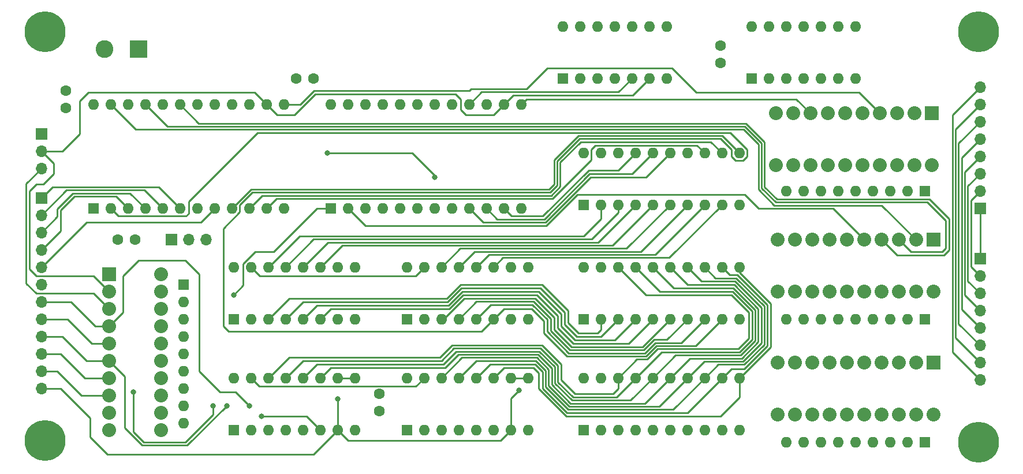
<source format=gbr>
%TF.GenerationSoftware,KiCad,Pcbnew,(5.1.9-0-10_14)*%
%TF.CreationDate,2021-06-17T14:45:46-04:00*%
%TF.ProjectId,ALU-181,414c552d-3138-4312-9e6b-696361645f70,rev?*%
%TF.SameCoordinates,Original*%
%TF.FileFunction,Copper,L2,Inr*%
%TF.FilePolarity,Positive*%
%FSLAX46Y46*%
G04 Gerber Fmt 4.6, Leading zero omitted, Abs format (unit mm)*
G04 Created by KiCad (PCBNEW (5.1.9-0-10_14)) date 2021-06-17 14:45:46*
%MOMM*%
%LPD*%
G01*
G04 APERTURE LIST*
%TA.AperFunction,ComponentPad*%
%ADD10O,1.700000X1.700000*%
%TD*%
%TA.AperFunction,ComponentPad*%
%ADD11R,1.700000X1.700000*%
%TD*%
%TA.AperFunction,ComponentPad*%
%ADD12C,0.800000*%
%TD*%
%TA.AperFunction,ComponentPad*%
%ADD13C,6.000000*%
%TD*%
%TA.AperFunction,ComponentPad*%
%ADD14O,1.600000X1.600000*%
%TD*%
%TA.AperFunction,ComponentPad*%
%ADD15R,1.600000X1.600000*%
%TD*%
%TA.AperFunction,ComponentPad*%
%ADD16C,2.032000*%
%TD*%
%TA.AperFunction,ComponentPad*%
%ADD17R,2.032000X2.032000*%
%TD*%
%TA.AperFunction,ComponentPad*%
%ADD18C,2.600000*%
%TD*%
%TA.AperFunction,ComponentPad*%
%ADD19R,2.600000X2.600000*%
%TD*%
%TA.AperFunction,ComponentPad*%
%ADD20C,1.600000*%
%TD*%
%TA.AperFunction,ViaPad*%
%ADD21C,0.800000*%
%TD*%
%TA.AperFunction,Conductor*%
%ADD22C,0.250000*%
%TD*%
G04 APERTURE END LIST*
D10*
%TO.N,BUS_00*%
%TO.C,J4*%
X208026000Y-109220000D03*
%TO.N,BUS_01*%
X208026000Y-106680000D03*
%TO.N,BUS_02*%
X208026000Y-104140000D03*
%TO.N,BUS_03*%
X208026000Y-101600000D03*
%TO.N,BUS_04*%
X208026000Y-99060000D03*
%TO.N,BUS_05*%
X208026000Y-96520000D03*
%TO.N,BUS_06*%
X208026000Y-93980000D03*
D11*
%TO.N,BUS_07*%
X208026000Y-91440000D03*
%TD*%
D12*
%TO.N,N/C*%
%TO.C,REF\u002A\u002A*%
X209362990Y-116773010D03*
X207772000Y-116114000D03*
X206181010Y-116773010D03*
X205522000Y-118364000D03*
X206181010Y-119954990D03*
X207772000Y-120614000D03*
X209362990Y-119954990D03*
X210022000Y-118364000D03*
D13*
X207772000Y-118364000D03*
%TD*%
%TO.N,N/C*%
%TO.C,REF\u002A\u002A*%
X207772000Y-58166000D03*
D12*
X210022000Y-58166000D03*
X209362990Y-59756990D03*
X207772000Y-60416000D03*
X206181010Y-59756990D03*
X205522000Y-58166000D03*
X206181010Y-56575010D03*
X207772000Y-55916000D03*
X209362990Y-56575010D03*
%TD*%
D13*
%TO.N,N/C*%
%TO.C,REF\u002A\u002A*%
X70866000Y-118110000D03*
D12*
X73116000Y-118110000D03*
X72456990Y-119700990D03*
X70866000Y-120360000D03*
X69275010Y-119700990D03*
X68616000Y-118110000D03*
X69275010Y-116519010D03*
X70866000Y-115860000D03*
X72456990Y-116519010D03*
%TD*%
%TO.N,N/C*%
%TO.C,REF\u002A\u002A*%
X72456990Y-56575010D03*
X70866000Y-55916000D03*
X69275010Y-56575010D03*
X68616000Y-58166000D03*
X69275010Y-59756990D03*
X70866000Y-60416000D03*
X72456990Y-59756990D03*
X73116000Y-58166000D03*
D13*
X70866000Y-58166000D03*
%TD*%
D14*
%TO.N,VCC*%
%TO.C,U6*%
X123952000Y-108966000D03*
%TO.N,GND*%
X141732000Y-116586000D03*
%TO.N,RESET*%
X126492000Y-108966000D03*
%TO.N,CLOCK*%
X139192000Y-116586000D03*
%TO.N,BUS_03*%
X129032000Y-108966000D03*
%TO.N,B0*%
X136652000Y-116586000D03*
%TO.N,BUS_02*%
X131572000Y-108966000D03*
%TO.N,B1*%
X134112000Y-116586000D03*
%TO.N,BUS_01*%
X134112000Y-108966000D03*
%TO.N,B2*%
X131572000Y-116586000D03*
%TO.N,BUS_00*%
X136652000Y-108966000D03*
%TO.N,B3*%
X129032000Y-116586000D03*
%TO.N,B_REGISTER_IN*%
X139192000Y-108966000D03*
%TO.N,GND*%
X126492000Y-116586000D03*
%TO.N,B_REGISTER_IN*%
X141732000Y-108966000D03*
D15*
%TO.N,GND*%
X123952000Y-116586000D03*
%TD*%
D14*
%TO.N,VCC*%
%TO.C,U5*%
X123952000Y-92710000D03*
%TO.N,GND*%
X141732000Y-100330000D03*
%TO.N,RESET*%
X126492000Y-92710000D03*
%TO.N,CLOCK*%
X139192000Y-100330000D03*
%TO.N,BUS_03*%
X129032000Y-92710000D03*
%TO.N,A0*%
X136652000Y-100330000D03*
%TO.N,BUS_02*%
X131572000Y-92710000D03*
%TO.N,A1*%
X134112000Y-100330000D03*
%TO.N,BUS_01*%
X134112000Y-92710000D03*
%TO.N,A2*%
X131572000Y-100330000D03*
%TO.N,BUS_00*%
X136652000Y-92710000D03*
%TO.N,A3*%
X129032000Y-100330000D03*
%TO.N,A_REGISTER_IN*%
X139192000Y-92710000D03*
%TO.N,GND*%
X126492000Y-100330000D03*
%TO.N,A_REGISTER_IN*%
X141732000Y-92710000D03*
D15*
%TO.N,GND*%
X123952000Y-100330000D03*
%TD*%
D14*
%TO.N,VCC*%
%TO.C,U4*%
X98552000Y-108966000D03*
%TO.N,GND*%
X116332000Y-116586000D03*
%TO.N,RESET*%
X101092000Y-108966000D03*
%TO.N,CLOCK*%
X113792000Y-116586000D03*
%TO.N,BUS_07*%
X103632000Y-108966000D03*
%TO.N,B4*%
X111252000Y-116586000D03*
%TO.N,BUS_06*%
X106172000Y-108966000D03*
%TO.N,B5*%
X108712000Y-116586000D03*
%TO.N,BUS_05*%
X108712000Y-108966000D03*
%TO.N,B6*%
X106172000Y-116586000D03*
%TO.N,BUS_04*%
X111252000Y-108966000D03*
%TO.N,B7*%
X103632000Y-116586000D03*
%TO.N,B_REGISTER_IN*%
X113792000Y-108966000D03*
%TO.N,GND*%
X101092000Y-116586000D03*
%TO.N,B_REGISTER_IN*%
X116332000Y-108966000D03*
D15*
%TO.N,GND*%
X98552000Y-116586000D03*
%TD*%
D14*
%TO.N,VCC*%
%TO.C,U3*%
X98552000Y-92710000D03*
%TO.N,GND*%
X116332000Y-100330000D03*
%TO.N,RESET*%
X101092000Y-92710000D03*
%TO.N,CLOCK*%
X113792000Y-100330000D03*
%TO.N,BUS_07*%
X103632000Y-92710000D03*
%TO.N,A4*%
X111252000Y-100330000D03*
%TO.N,BUS_06*%
X106172000Y-92710000D03*
%TO.N,A5*%
X108712000Y-100330000D03*
%TO.N,BUS_05*%
X108712000Y-92710000D03*
%TO.N,A6*%
X106172000Y-100330000D03*
%TO.N,BUS_04*%
X111252000Y-92710000D03*
%TO.N,A7*%
X103632000Y-100330000D03*
%TO.N,A_REGISTER_IN*%
X113792000Y-92710000D03*
%TO.N,GND*%
X101092000Y-100330000D03*
%TO.N,A_REGISTER_IN*%
X116332000Y-92710000D03*
D15*
%TO.N,GND*%
X98552000Y-100330000D03*
%TD*%
D14*
%TO.N,VCC*%
%TO.C,U2*%
X149860000Y-108966000D03*
%TO.N,GND*%
X172720000Y-116586000D03*
%TO.N,B_REGISTER_OUT*%
X152400000Y-108966000D03*
%TO.N,B0*%
X170180000Y-116586000D03*
%TO.N,BUS_07*%
X154940000Y-108966000D03*
%TO.N,B1*%
X167640000Y-116586000D03*
%TO.N,BUS_06*%
X157480000Y-108966000D03*
%TO.N,B2*%
X165100000Y-116586000D03*
%TO.N,BUS_05*%
X160020000Y-108966000D03*
%TO.N,B3*%
X162560000Y-116586000D03*
%TO.N,BUS_04*%
X162560000Y-108966000D03*
%TO.N,B4*%
X160020000Y-116586000D03*
%TO.N,BUS_03*%
X165100000Y-108966000D03*
%TO.N,B5*%
X157480000Y-116586000D03*
%TO.N,BUS_02*%
X167640000Y-108966000D03*
%TO.N,B6*%
X154940000Y-116586000D03*
%TO.N,BUS_01*%
X170180000Y-108966000D03*
%TO.N,B7*%
X152400000Y-116586000D03*
%TO.N,BUS_00*%
X172720000Y-108966000D03*
D15*
%TO.N,VCC*%
X149860000Y-116586000D03*
%TD*%
D14*
%TO.N,VCC*%
%TO.C,U1*%
X149860000Y-92710000D03*
%TO.N,GND*%
X172720000Y-100330000D03*
%TO.N,A_REGISTER_OUT*%
X152400000Y-92710000D03*
%TO.N,A0*%
X170180000Y-100330000D03*
%TO.N,BUS_07*%
X154940000Y-92710000D03*
%TO.N,A1*%
X167640000Y-100330000D03*
%TO.N,BUS_06*%
X157480000Y-92710000D03*
%TO.N,A2*%
X165100000Y-100330000D03*
%TO.N,BUS_05*%
X160020000Y-92710000D03*
%TO.N,A3*%
X162560000Y-100330000D03*
%TO.N,BUS_04*%
X162560000Y-92710000D03*
%TO.N,A4*%
X160020000Y-100330000D03*
%TO.N,BUS_03*%
X165100000Y-92710000D03*
%TO.N,A5*%
X157480000Y-100330000D03*
%TO.N,BUS_02*%
X167640000Y-92710000D03*
%TO.N,A6*%
X154940000Y-100330000D03*
%TO.N,BUS_01*%
X170180000Y-92710000D03*
%TO.N,A7*%
X152400000Y-100330000D03*
%TO.N,BUS_00*%
X172720000Y-92710000D03*
D15*
%TO.N,VCC*%
X149860000Y-100330000D03*
%TD*%
D14*
%TO.N,Net-(BAR4-Pad13)*%
%TO.C,RN4*%
X91186000Y-115570000D03*
%TO.N,Net-(BAR4-Pad14)*%
X91186000Y-113030000D03*
%TO.N,Net-(BAR4-Pad15)*%
X91186000Y-110490000D03*
%TO.N,Net-(BAR4-Pad16)*%
X91186000Y-107950000D03*
%TO.N,Net-(BAR4-Pad17)*%
X91186000Y-105410000D03*
%TO.N,Net-(BAR4-Pad18)*%
X91186000Y-102870000D03*
%TO.N,Net-(BAR4-Pad19)*%
X91186000Y-100330000D03*
%TO.N,Net-(BAR4-Pad20)*%
X91186000Y-97790000D03*
D15*
%TO.N,GND*%
X91186000Y-95250000D03*
%TD*%
D16*
%TO.N,Net-(BAR4-Pad20)*%
%TO.C,BAR4*%
X87884000Y-93726000D03*
%TO.N,Net-(BAR4-Pad19)*%
X87884000Y-96266000D03*
%TO.N,Net-(BAR4-Pad18)*%
X87884000Y-98806000D03*
%TO.N,Net-(BAR4-Pad17)*%
X87884000Y-101346000D03*
%TO.N,Net-(BAR4-Pad9)*%
X80264000Y-114046000D03*
%TO.N,Net-(BAR4-Pad10)*%
X80264000Y-116586000D03*
%TO.N,Net-(BAR4-Pad11)*%
X87884000Y-116586000D03*
%TO.N,Net-(BAR4-Pad12)*%
X87884000Y-114046000D03*
%TO.N,RESET*%
X80264000Y-111506000D03*
%TO.N,A_REGISTER_IN*%
X80264000Y-108966000D03*
%TO.N,A_REGISTER_OUT*%
X80264000Y-106426000D03*
%TO.N,B_REGISTER_IN*%
X80264000Y-103886000D03*
%TO.N,Net-(BAR4-Pad16)*%
X87884000Y-103886000D03*
%TO.N,Net-(BAR4-Pad15)*%
X87884000Y-106426000D03*
%TO.N,Net-(BAR4-Pad14)*%
X87884000Y-108966000D03*
%TO.N,Net-(BAR4-Pad13)*%
X87884000Y-111506000D03*
%TO.N,B_REGISTER_OUT*%
X80264000Y-101346000D03*
%TO.N,NOT_CARRY*%
X80264000Y-98806000D03*
%TO.N,A_EQ_B*%
X80264000Y-96266000D03*
D17*
%TO.N,A_GT_B*%
X80264000Y-93726000D03*
%TD*%
D14*
%TO.N,VCC*%
%TO.C,U11*%
X77978000Y-68834000D03*
%TO.N,GND*%
X105918000Y-84074000D03*
%TO.N,A1*%
X80518000Y-68834000D03*
%TO.N,F2*%
X103378000Y-84074000D03*
%TO.N,B1*%
X83058000Y-68834000D03*
%TO.N,F1*%
X100838000Y-84074000D03*
%TO.N,A2*%
X85598000Y-68834000D03*
%TO.N,F0*%
X98298000Y-84074000D03*
%TO.N,B2*%
X88138000Y-68834000D03*
%TO.N,ALU_MODE*%
X95758000Y-84074000D03*
%TO.N,A3*%
X90678000Y-68834000D03*
%TO.N,Net-(J17-Pad2)*%
X93218000Y-84074000D03*
%TO.N,B3*%
X93218000Y-68834000D03*
%TO.N,ALU_S0*%
X90678000Y-84074000D03*
%TO.N,Net-(U11-Pad17)*%
X95758000Y-68834000D03*
%TO.N,ALU_S1*%
X88138000Y-84074000D03*
%TO.N,CN+4*%
X98298000Y-68834000D03*
%TO.N,ALU_S2*%
X85598000Y-84074000D03*
%TO.N,Net-(U11-Pad15)*%
X100838000Y-68834000D03*
%TO.N,ALU_S3*%
X83058000Y-84074000D03*
%TO.N,A_EQ_B*%
X103378000Y-68834000D03*
%TO.N,A0*%
X80518000Y-84074000D03*
%TO.N,F3*%
X105918000Y-68834000D03*
D15*
%TO.N,B0*%
X77978000Y-84074000D03*
%TD*%
D14*
%TO.N,VCC*%
%TO.C,U10*%
X149860000Y-75946000D03*
%TO.N,GND*%
X172720000Y-83566000D03*
%TO.N,ALU_OUT*%
X152400000Y-75946000D03*
%TO.N,BUS_00*%
X170180000Y-83566000D03*
%TO.N,F7*%
X154940000Y-75946000D03*
%TO.N,BUS_01*%
X167640000Y-83566000D03*
%TO.N,F6*%
X157480000Y-75946000D03*
%TO.N,BUS_02*%
X165100000Y-83566000D03*
%TO.N,F5*%
X160020000Y-75946000D03*
%TO.N,BUS_03*%
X162560000Y-83566000D03*
%TO.N,F4*%
X162560000Y-75946000D03*
%TO.N,BUS_04*%
X160020000Y-83566000D03*
%TO.N,F3*%
X165100000Y-75946000D03*
%TO.N,BUS_05*%
X157480000Y-83566000D03*
%TO.N,F2*%
X167640000Y-75946000D03*
%TO.N,BUS_06*%
X154940000Y-83566000D03*
%TO.N,F1*%
X170180000Y-75946000D03*
%TO.N,BUS_07*%
X152400000Y-83566000D03*
%TO.N,F0*%
X172720000Y-75946000D03*
D15*
%TO.N,GND*%
X149860000Y-83566000D03*
%TD*%
D14*
%TO.N,VCC*%
%TO.C,U9*%
X112776000Y-68834000D03*
%TO.N,GND*%
X140716000Y-84074000D03*
%TO.N,A5*%
X115316000Y-68834000D03*
%TO.N,F6*%
X138176000Y-84074000D03*
%TO.N,B5*%
X117856000Y-68834000D03*
%TO.N,F5*%
X135636000Y-84074000D03*
%TO.N,A6*%
X120396000Y-68834000D03*
%TO.N,F4*%
X133096000Y-84074000D03*
%TO.N,B6*%
X122936000Y-68834000D03*
%TO.N,ALU_MODE*%
X130556000Y-84074000D03*
%TO.N,A7*%
X125476000Y-68834000D03*
%TO.N,CN+4*%
X128016000Y-84074000D03*
%TO.N,B7*%
X128016000Y-68834000D03*
%TO.N,ALU_S0*%
X125476000Y-84074000D03*
%TO.N,Net-(U9-Pad17)*%
X130556000Y-68834000D03*
%TO.N,ALU_S1*%
X122936000Y-84074000D03*
%TO.N,CARRY*%
X133096000Y-68834000D03*
%TO.N,ALU_S2*%
X120396000Y-84074000D03*
%TO.N,Net-(U9-Pad15)*%
X135636000Y-68834000D03*
%TO.N,ALU_S3*%
X117856000Y-84074000D03*
%TO.N,A_EQ_B*%
X138176000Y-68834000D03*
%TO.N,A4*%
X115316000Y-84074000D03*
%TO.N,F7*%
X140716000Y-68834000D03*
D15*
%TO.N,B4*%
X112776000Y-84074000D03*
%TD*%
D14*
%TO.N,VCC*%
%TO.C,U8*%
X146812000Y-57404000D03*
%TO.N,GND*%
X162052000Y-65024000D03*
%TO.N,N/C*%
X149352000Y-57404000D03*
%TO.N,A_EQ_B*%
X159512000Y-65024000D03*
%TO.N,N/C*%
X151892000Y-57404000D03*
%TO.N,CARRY*%
X156972000Y-65024000D03*
%TO.N,N/C*%
X154432000Y-57404000D03*
%TO.N,A_GT_B*%
X154432000Y-65024000D03*
%TO.N,N/C*%
X156972000Y-57404000D03*
X151892000Y-65024000D03*
X159512000Y-57404000D03*
X149352000Y-65024000D03*
X162052000Y-57404000D03*
D15*
X146812000Y-65024000D03*
%TD*%
D14*
%TO.N,VCC*%
%TO.C,U7*%
X174498000Y-57404000D03*
%TO.N,GND*%
X189738000Y-65024000D03*
%TO.N,N/C*%
X177038000Y-57404000D03*
X187198000Y-65024000D03*
X179578000Y-57404000D03*
X184658000Y-65024000D03*
X182118000Y-57404000D03*
X182118000Y-65024000D03*
X184658000Y-57404000D03*
X179578000Y-65024000D03*
X187198000Y-57404000D03*
%TO.N,NOT_CARRY*%
X177038000Y-65024000D03*
%TO.N,N/C*%
X189738000Y-57404000D03*
D15*
%TO.N,CARRY*%
X174498000Y-65024000D03*
%TD*%
D14*
%TO.N,Net-(BAR3-Pad13)*%
%TO.C,RN3*%
X179578000Y-81534000D03*
%TO.N,Net-(BAR3-Pad14)*%
X182118000Y-81534000D03*
%TO.N,Net-(BAR3-Pad15)*%
X184658000Y-81534000D03*
%TO.N,Net-(BAR3-Pad16)*%
X187198000Y-81534000D03*
%TO.N,Net-(BAR3-Pad17)*%
X189738000Y-81534000D03*
%TO.N,Net-(BAR3-Pad18)*%
X192278000Y-81534000D03*
%TO.N,Net-(BAR3-Pad19)*%
X194818000Y-81534000D03*
%TO.N,Net-(BAR3-Pad20)*%
X197358000Y-81534000D03*
D15*
%TO.N,GND*%
X199898000Y-81534000D03*
%TD*%
D14*
%TO.N,Net-(BAR2-Pad13)*%
%TO.C,RN2*%
X179578000Y-118364000D03*
%TO.N,Net-(BAR2-Pad14)*%
X182118000Y-118364000D03*
%TO.N,Net-(BAR2-Pad15)*%
X184658000Y-118364000D03*
%TO.N,Net-(BAR2-Pad16)*%
X187198000Y-118364000D03*
%TO.N,Net-(BAR2-Pad17)*%
X189738000Y-118364000D03*
%TO.N,Net-(BAR2-Pad18)*%
X192278000Y-118364000D03*
%TO.N,Net-(BAR2-Pad19)*%
X194818000Y-118364000D03*
%TO.N,Net-(BAR2-Pad20)*%
X197358000Y-118364000D03*
D15*
%TO.N,GND*%
X199898000Y-118364000D03*
%TD*%
D14*
%TO.N,Net-(BAR1-Pad13)*%
%TO.C,RN1*%
X179578000Y-100330000D03*
%TO.N,Net-(BAR1-Pad14)*%
X182118000Y-100330000D03*
%TO.N,Net-(BAR1-Pad15)*%
X184658000Y-100330000D03*
%TO.N,Net-(BAR1-Pad16)*%
X187198000Y-100330000D03*
%TO.N,Net-(BAR1-Pad17)*%
X189738000Y-100330000D03*
%TO.N,Net-(BAR1-Pad18)*%
X192278000Y-100330000D03*
%TO.N,Net-(BAR1-Pad19)*%
X194818000Y-100330000D03*
%TO.N,Net-(BAR1-Pad20)*%
X197358000Y-100330000D03*
D15*
%TO.N,GND*%
X199898000Y-100330000D03*
%TD*%
D10*
%TO.N,NOT_CARRY*%
%TO.C,J20*%
X70358000Y-78232000D03*
%TO.N,A_EQ_B*%
X70358000Y-75692000D03*
D11*
%TO.N,A_GT_B*%
X70358000Y-73152000D03*
%TD*%
D10*
%TO.N,VCC*%
%TO.C,J17*%
X94488000Y-88646000D03*
%TO.N,Net-(J17-Pad2)*%
X91948000Y-88646000D03*
D11*
%TO.N,GND*%
X89408000Y-88646000D03*
%TD*%
D18*
%TO.N,GND*%
%TO.C,J3*%
X79582000Y-60706000D03*
D19*
%TO.N,VCC*%
X84582000Y-60706000D03*
%TD*%
D10*
%TO.N,CLOCK*%
%TO.C,J2*%
X70358000Y-110490000D03*
%TO.N,RESET*%
X70358000Y-107950000D03*
%TO.N,A_REGISTER_IN*%
X70358000Y-105410000D03*
%TO.N,A_REGISTER_OUT*%
X70358000Y-102870000D03*
%TO.N,B_REGISTER_IN*%
X70358000Y-100330000D03*
%TO.N,B_REGISTER_OUT*%
X70358000Y-97790000D03*
%TO.N,ALU_OUT*%
X70358000Y-95250000D03*
%TO.N,ALU_MODE*%
X70358000Y-92710000D03*
%TO.N,ALU_S3*%
X70358000Y-90170000D03*
%TO.N,ALU_S2*%
X70358000Y-87630000D03*
%TO.N,ALU_S1*%
X70358000Y-85090000D03*
D11*
%TO.N,ALU_S0*%
X70358000Y-82550000D03*
%TD*%
D10*
%TO.N,BUS_00*%
%TO.C,J1*%
X208026000Y-66294000D03*
%TO.N,BUS_01*%
X208026000Y-68834000D03*
%TO.N,BUS_02*%
X208026000Y-71374000D03*
%TO.N,BUS_03*%
X208026000Y-73914000D03*
%TO.N,BUS_04*%
X208026000Y-76454000D03*
%TO.N,BUS_05*%
X208026000Y-78994000D03*
%TO.N,BUS_06*%
X208026000Y-81534000D03*
D11*
%TO.N,BUS_07*%
X208026000Y-84074000D03*
%TD*%
D20*
%TO.N,GND*%
%TO.C,C5*%
X119888000Y-111292000D03*
%TO.N,VCC*%
X119888000Y-113792000D03*
%TD*%
%TO.N,GND*%
%TO.C,C4*%
X81574000Y-88646000D03*
%TO.N,VCC*%
X84074000Y-88646000D03*
%TD*%
%TO.N,GND*%
%TO.C,C3*%
X169926000Y-62698000D03*
%TO.N,VCC*%
X169926000Y-60198000D03*
%TD*%
%TO.N,GND*%
%TO.C,C2*%
X73914000Y-66842000D03*
%TO.N,VCC*%
X73914000Y-69342000D03*
%TD*%
%TO.N,GND*%
%TO.C,C1*%
X107736000Y-65024000D03*
%TO.N,VCC*%
X110236000Y-65024000D03*
%TD*%
D16*
%TO.N,Net-(BAR3-Pad20)*%
%TO.C,BAR3*%
X200914000Y-77724000D03*
%TO.N,Net-(BAR3-Pad19)*%
X198374000Y-77724000D03*
%TO.N,Net-(BAR3-Pad18)*%
X195834000Y-77724000D03*
%TO.N,Net-(BAR3-Pad17)*%
X193294000Y-77724000D03*
%TO.N,Net-(BAR3-Pad9)*%
X180594000Y-70104000D03*
%TO.N,Net-(BAR3-Pad10)*%
X178054000Y-70104000D03*
%TO.N,Net-(BAR3-Pad11)*%
X178054000Y-77724000D03*
%TO.N,Net-(BAR3-Pad12)*%
X180594000Y-77724000D03*
%TO.N,F7*%
X183134000Y-70104000D03*
%TO.N,F6*%
X185674000Y-70104000D03*
%TO.N,F5*%
X188214000Y-70104000D03*
%TO.N,F4*%
X190754000Y-70104000D03*
%TO.N,Net-(BAR3-Pad16)*%
X190754000Y-77724000D03*
%TO.N,Net-(BAR3-Pad15)*%
X188214000Y-77724000D03*
%TO.N,Net-(BAR3-Pad14)*%
X185674000Y-77724000D03*
%TO.N,Net-(BAR3-Pad13)*%
X183134000Y-77724000D03*
%TO.N,F3*%
X193294000Y-70104000D03*
%TO.N,F2*%
X195834000Y-70104000D03*
%TO.N,F1*%
X198374000Y-70104000D03*
D17*
%TO.N,F0*%
X200914000Y-70104000D03*
%TD*%
D16*
%TO.N,Net-(BAR2-Pad20)*%
%TO.C,BAR2*%
X201168000Y-114300000D03*
%TO.N,Net-(BAR2-Pad19)*%
X198628000Y-114300000D03*
%TO.N,Net-(BAR2-Pad18)*%
X196088000Y-114300000D03*
%TO.N,Net-(BAR2-Pad17)*%
X193548000Y-114300000D03*
%TO.N,Net-(BAR2-Pad9)*%
X180848000Y-106680000D03*
%TO.N,Net-(BAR2-Pad10)*%
X178308000Y-106680000D03*
%TO.N,Net-(BAR2-Pad11)*%
X178308000Y-114300000D03*
%TO.N,Net-(BAR2-Pad12)*%
X180848000Y-114300000D03*
%TO.N,B7*%
X183388000Y-106680000D03*
%TO.N,B6*%
X185928000Y-106680000D03*
%TO.N,B5*%
X188468000Y-106680000D03*
%TO.N,B4*%
X191008000Y-106680000D03*
%TO.N,Net-(BAR2-Pad16)*%
X191008000Y-114300000D03*
%TO.N,Net-(BAR2-Pad15)*%
X188468000Y-114300000D03*
%TO.N,Net-(BAR2-Pad14)*%
X185928000Y-114300000D03*
%TO.N,Net-(BAR2-Pad13)*%
X183388000Y-114300000D03*
%TO.N,B3*%
X193548000Y-106680000D03*
%TO.N,B2*%
X196088000Y-106680000D03*
%TO.N,B1*%
X198628000Y-106680000D03*
D17*
%TO.N,B0*%
X201168000Y-106680000D03*
%TD*%
D16*
%TO.N,Net-(BAR1-Pad20)*%
%TO.C,BAR1*%
X201168000Y-96266000D03*
%TO.N,Net-(BAR1-Pad19)*%
X198628000Y-96266000D03*
%TO.N,Net-(BAR1-Pad18)*%
X196088000Y-96266000D03*
%TO.N,Net-(BAR1-Pad17)*%
X193548000Y-96266000D03*
%TO.N,Net-(BAR1-Pad9)*%
X180848000Y-88646000D03*
%TO.N,Net-(BAR1-Pad10)*%
X178308000Y-88646000D03*
%TO.N,Net-(BAR1-Pad11)*%
X178308000Y-96266000D03*
%TO.N,Net-(BAR1-Pad12)*%
X180848000Y-96266000D03*
%TO.N,A7*%
X183388000Y-88646000D03*
%TO.N,A6*%
X185928000Y-88646000D03*
%TO.N,A5*%
X188468000Y-88646000D03*
%TO.N,A4*%
X191008000Y-88646000D03*
%TO.N,Net-(BAR1-Pad16)*%
X191008000Y-96266000D03*
%TO.N,Net-(BAR1-Pad15)*%
X188468000Y-96266000D03*
%TO.N,Net-(BAR1-Pad14)*%
X185928000Y-96266000D03*
%TO.N,Net-(BAR1-Pad13)*%
X183388000Y-96266000D03*
%TO.N,A3*%
X193548000Y-88646000D03*
%TO.N,A2*%
X196088000Y-88646000D03*
%TO.N,A1*%
X198628000Y-88646000D03*
D17*
%TO.N,A0*%
X201168000Y-88646000D03*
%TD*%
D21*
%TO.N,B4*%
X98552000Y-96774000D03*
X102616000Y-114554000D03*
%TO.N,A_REGISTER_IN*%
X95504000Y-113030000D03*
X83820000Y-110998000D03*
%TO.N,A_REGISTER_OUT*%
X97536000Y-113030000D03*
%TO.N,B_REGISTER_OUT*%
X100838000Y-113030000D03*
%TO.N,CLOCK*%
X113792000Y-112014000D03*
X140381205Y-110780990D03*
%TO.N,CN+4*%
X112268000Y-75946000D03*
X128016000Y-79502000D03*
%TD*%
D22*
%TO.N,A7*%
X129794000Y-97282000D02*
X106680000Y-97282000D01*
X143764000Y-95250000D02*
X131826000Y-95250000D01*
X147574000Y-99060000D02*
X143764000Y-95250000D01*
X152400000Y-100330000D02*
X152400000Y-101854000D01*
X151892000Y-102362000D02*
X149098000Y-102362000D01*
X147574000Y-100838000D02*
X147574000Y-99060000D01*
X106680000Y-97282000D02*
X103632000Y-100330000D01*
X131826000Y-95250000D02*
X129794000Y-97282000D01*
X152400000Y-101854000D02*
X151892000Y-102362000D01*
X149098000Y-102362000D02*
X147574000Y-100838000D01*
%TO.N,A6*%
X154940000Y-100330000D02*
X152400000Y-102870000D01*
X143510000Y-95758000D02*
X131954410Y-95758000D01*
X129922410Y-97790000D02*
X108712000Y-97790000D01*
X147066000Y-99314000D02*
X143510000Y-95758000D01*
X108712000Y-97790000D02*
X106172000Y-100330000D01*
X147066000Y-101092000D02*
X147066000Y-99314000D01*
X131954410Y-95758000D02*
X129922410Y-97790000D01*
X152400000Y-102870000D02*
X148844000Y-102870000D01*
X148844000Y-102870000D02*
X147066000Y-101092000D01*
%TO.N,A5*%
X110744000Y-98298000D02*
X108712000Y-100330000D01*
X154432000Y-103378000D02*
X148590000Y-103378000D01*
X146558000Y-101346000D02*
X146558000Y-99568000D01*
X132082820Y-96266000D02*
X130050820Y-98298000D01*
X143256000Y-96266000D02*
X132082820Y-96266000D01*
X157480000Y-100330000D02*
X154432000Y-103378000D01*
X130050820Y-98298000D02*
X110744000Y-98298000D01*
X148590000Y-103378000D02*
X146558000Y-101346000D01*
X146558000Y-99568000D02*
X143256000Y-96266000D01*
%TO.N,A4*%
X156464000Y-103886000D02*
X148336000Y-103886000D01*
X160020000Y-100330000D02*
X156464000Y-103886000D01*
X112776000Y-98806000D02*
X111252000Y-100330000D01*
X148336000Y-103886000D02*
X146050000Y-101600000D01*
X146050000Y-99822000D02*
X143002000Y-96774000D01*
X130179232Y-98806000D02*
X112776000Y-98806000D01*
X146050000Y-101600000D02*
X146050000Y-99822000D01*
X143002000Y-96774000D02*
X132211232Y-96774000D01*
X132211232Y-96774000D02*
X130179232Y-98806000D01*
X117856000Y-86614000D02*
X115316000Y-84074000D01*
X144403232Y-86614000D02*
X117856000Y-86614000D01*
X148975232Y-82042000D02*
X144403232Y-86614000D01*
X173482000Y-82042000D02*
X148975232Y-82042000D01*
X186436000Y-84074000D02*
X175514000Y-84074000D01*
X175514000Y-84074000D02*
X173482000Y-82042000D01*
X191008000Y-88646000D02*
X186436000Y-84074000D01*
%TO.N,A3*%
X132339642Y-97282000D02*
X142748000Y-97282000D01*
X145542000Y-100076000D02*
X145542000Y-101854000D01*
X148082000Y-104394000D02*
X158496000Y-104394000D01*
X129032000Y-100330000D02*
X129291642Y-100330000D01*
X145542000Y-101854000D02*
X148082000Y-104394000D01*
X158496000Y-104394000D02*
X162560000Y-100330000D01*
X142748000Y-97282000D02*
X145542000Y-100076000D01*
X129291642Y-100330000D02*
X132339642Y-97282000D01*
X178230789Y-82723969D02*
X176414022Y-80907202D01*
X203454000Y-85598000D02*
X200579969Y-82723969D01*
X202692000Y-90932000D02*
X203454000Y-90170000D01*
X176414022Y-74303200D02*
X173716781Y-71605959D01*
X200579969Y-82723969D02*
X178230789Y-82723969D01*
X173716781Y-71605959D02*
X93449959Y-71605959D01*
X203454000Y-90170000D02*
X203454000Y-85598000D01*
X195834000Y-90932000D02*
X202692000Y-90932000D01*
X93449959Y-71605959D02*
X90678000Y-68834000D01*
X176414022Y-80907202D02*
X176414022Y-74303200D01*
X193548000Y-88646000D02*
X195834000Y-90932000D01*
%TO.N,A2*%
X162109989Y-103320011D02*
X165100000Y-100330000D01*
X158682400Y-104844011D02*
X160206400Y-103320011D01*
X142561600Y-97732011D02*
X145091989Y-100262400D01*
X160206400Y-103320011D02*
X162109989Y-103320011D01*
X145091989Y-102040400D02*
X147895600Y-104844011D01*
X131572000Y-100330000D02*
X134169989Y-97732011D01*
X134169989Y-97732011D02*
X142561600Y-97732011D01*
X147895600Y-104844011D02*
X158682400Y-104844011D01*
X145091989Y-100262400D02*
X145091989Y-102040400D01*
X202438000Y-90424000D02*
X202946000Y-89916000D01*
X202946000Y-89916000D02*
X202946000Y-85852000D01*
X175964011Y-74489600D02*
X173530381Y-72055970D01*
X196088000Y-88646000D02*
X197866000Y-90424000D01*
X173530381Y-72055970D02*
X88819970Y-72055970D01*
X178044390Y-83173980D02*
X175964011Y-81093601D01*
X175964011Y-81093601D02*
X175964011Y-74489600D01*
X88819970Y-72055970D02*
X85598000Y-68834000D01*
X200267980Y-83173980D02*
X178044390Y-83173980D01*
X197866000Y-90424000D02*
X202438000Y-90424000D01*
X202946000Y-85852000D02*
X200267980Y-83173980D01*
%TO.N,A1*%
X134112000Y-100330000D02*
X136259978Y-98182022D01*
X160392800Y-103770022D02*
X164199978Y-103770022D01*
X142375200Y-98182022D02*
X144526000Y-100332822D01*
X158868800Y-105294022D02*
X160392800Y-103770022D01*
X144526000Y-102110822D02*
X147709200Y-105294022D01*
X136259978Y-98182022D02*
X142375200Y-98182022D01*
X164199978Y-103770022D02*
X167640000Y-100330000D01*
X147709200Y-105294022D02*
X158868800Y-105294022D01*
X144526000Y-100332822D02*
X144526000Y-102110822D01*
X193605991Y-83623991D02*
X177857991Y-83623991D01*
X173343981Y-72505981D02*
X84189981Y-72505981D01*
X175514000Y-74676000D02*
X173343981Y-72505981D01*
X177857991Y-83623991D02*
X175514000Y-81280000D01*
X84189981Y-72505981D02*
X80518000Y-68834000D01*
X175514000Y-81280000D02*
X175514000Y-74676000D01*
X198628000Y-88646000D02*
X193605991Y-83623991D01*
%TO.N,A0*%
X144018000Y-100584000D02*
X142240000Y-98806000D01*
X144018000Y-102362000D02*
X144018000Y-100584000D01*
X138176000Y-98806000D02*
X136652000Y-100330000D01*
X147400033Y-105744033D02*
X144018000Y-102362000D01*
X142240000Y-98806000D02*
X138176000Y-98806000D01*
X159055200Y-105744033D02*
X147400033Y-105744033D01*
X160579200Y-104220033D02*
X159055200Y-105744033D01*
X166289967Y-104220033D02*
X160579200Y-104220033D01*
X170180000Y-100330000D02*
X166289967Y-104220033D01*
X97028000Y-101346000D02*
X97790000Y-102108000D01*
X97028000Y-87009002D02*
X97028000Y-101346000D01*
X172179999Y-77071001D02*
X171594999Y-76486001D01*
X99423001Y-84614001D02*
X97028000Y-87009002D01*
X99423001Y-83585409D02*
X99423001Y-84614001D01*
X97790000Y-102108000D02*
X134874000Y-102108000D01*
X101278400Y-81730010D02*
X99423001Y-83585409D01*
X144966400Y-81730010D02*
X101278400Y-81730010D01*
X145992010Y-80704400D02*
X144966400Y-81730010D01*
X134874000Y-102108000D02*
X136652000Y-100330000D01*
X171594999Y-75457409D02*
X169993600Y-73856010D01*
X173260001Y-77071001D02*
X172179999Y-77071001D01*
X173845001Y-75405999D02*
X173845001Y-76486001D01*
X173845001Y-76486001D02*
X173260001Y-77071001D01*
X171594999Y-76486001D02*
X171594999Y-75457409D01*
X149284400Y-73856010D02*
X145992010Y-77148400D01*
X102050009Y-72955991D02*
X171394993Y-72955991D01*
X171394993Y-72955991D02*
X173845001Y-75405999D01*
X145992010Y-77148400D02*
X145992010Y-80704400D01*
X91578021Y-85205979D02*
X91948000Y-84836000D01*
X91948000Y-83058000D02*
X102050009Y-72955991D01*
X169993600Y-73856010D02*
X149284400Y-73856010D01*
X91948000Y-84836000D02*
X91948000Y-83058000D01*
X81649979Y-85205979D02*
X91578021Y-85205979D01*
X80518000Y-84074000D02*
X81649979Y-85205979D01*
%TO.N,B4*%
X112776000Y-84074000D02*
X110744000Y-84074000D01*
X110744000Y-84074000D02*
X104394000Y-90424000D01*
X99966999Y-92169999D02*
X99966999Y-95359001D01*
X101712998Y-90424000D02*
X99966999Y-92169999D01*
X104394000Y-90424000D02*
X101712998Y-90424000D01*
X99966999Y-95359001D02*
X98552000Y-96774000D01*
X109220000Y-114554000D02*
X111252000Y-116586000D01*
X102616000Y-114554000D02*
X109220000Y-114554000D01*
%TO.N,F7*%
X140716000Y-68834000D02*
X141515999Y-68034001D01*
X141515999Y-68034001D02*
X181064001Y-68034001D01*
X181064001Y-68034001D02*
X183134000Y-70104000D01*
%TO.N,F6*%
X143908999Y-85199001D02*
X150622000Y-78486000D01*
X138176000Y-84074000D02*
X139301001Y-85199001D01*
X139301001Y-85199001D02*
X143908999Y-85199001D01*
X154940000Y-78486000D02*
X157480000Y-75946000D01*
X150622000Y-78486000D02*
X154940000Y-78486000D01*
%TO.N,F5*%
X135636000Y-84074000D02*
X137211012Y-85649012D01*
X144095399Y-85649012D02*
X150750410Y-78994000D01*
X137211012Y-85649012D02*
X144095399Y-85649012D01*
X150750410Y-78994000D02*
X156972000Y-78994000D01*
X156972000Y-78994000D02*
X160020000Y-75946000D01*
%TO.N,F4*%
X135121023Y-86099023D02*
X144281799Y-86099023D01*
X144281799Y-86099023D02*
X150878821Y-79502000D01*
X150878821Y-79502000D02*
X159004000Y-79502000D01*
X133096000Y-84074000D02*
X135121023Y-86099023D01*
X159004000Y-79502000D02*
X162560000Y-75946000D01*
%TO.N,F3*%
X108329590Y-68834000D02*
X105918000Y-68834000D01*
X110361590Y-66802000D02*
X108329590Y-68834000D01*
X133096000Y-66802000D02*
X110361590Y-66802000D01*
X133350000Y-66548000D02*
X133096000Y-66802000D01*
X144526000Y-63500000D02*
X141478000Y-66548000D01*
X162814000Y-63500000D02*
X144526000Y-63500000D01*
X166370000Y-67056000D02*
X162814000Y-63500000D01*
X190246000Y-67056000D02*
X166370000Y-67056000D01*
X141478000Y-66548000D02*
X133350000Y-66548000D01*
X193294000Y-70104000D02*
X190246000Y-67056000D01*
%TO.N,F2*%
X167640000Y-75946000D02*
X166514999Y-74820999D01*
X166514999Y-74820999D02*
X151570001Y-74820999D01*
X104821968Y-82630032D02*
X103378000Y-84074000D01*
X150985001Y-76984231D02*
X145339200Y-82630032D01*
X145339200Y-82630032D02*
X104821968Y-82630032D01*
X151570001Y-74820999D02*
X150985001Y-75405999D01*
X150985001Y-75405999D02*
X150985001Y-76984231D01*
%TO.N,F1*%
X146442021Y-80890800D02*
X145152800Y-82180021D01*
X149470799Y-74306021D02*
X146442021Y-77334799D01*
X146442021Y-77334799D02*
X146442021Y-80890800D01*
X168540021Y-74306021D02*
X149470799Y-74306021D01*
X170180000Y-75946000D02*
X168540021Y-74306021D01*
X145152800Y-82180021D02*
X102731979Y-82180021D01*
X102731979Y-82180021D02*
X100838000Y-84074000D01*
%TO.N,F0*%
X101092000Y-81280000D02*
X98298000Y-84074000D01*
X144780000Y-81280000D02*
X101092000Y-81280000D01*
X172720000Y-75946000D02*
X170180000Y-73406000D01*
X170180000Y-73406000D02*
X149098000Y-73406000D01*
X149098000Y-73406000D02*
X145542000Y-76962000D01*
X145542000Y-80518000D02*
X144780000Y-81280000D01*
X145542000Y-76962000D02*
X145542000Y-80518000D01*
%TO.N,RESET*%
X125291001Y-110166999D02*
X126492000Y-108966000D01*
X102292999Y-110166999D02*
X125291001Y-110166999D01*
X101092000Y-108966000D02*
X102292999Y-110166999D01*
X125222000Y-93980000D02*
X126492000Y-92710000D01*
X102362000Y-93980000D02*
X125222000Y-93980000D01*
X101092000Y-92710000D02*
X102362000Y-93980000D01*
X70358000Y-107950000D02*
X72644000Y-107950000D01*
X76200000Y-111506000D02*
X80264000Y-111506000D01*
X72644000Y-107950000D02*
X76200000Y-111506000D01*
%TO.N,A_REGISTER_IN*%
X70358000Y-105410000D02*
X73152000Y-105410000D01*
X76708000Y-108966000D02*
X80264000Y-108966000D01*
X73152000Y-105410000D02*
X76708000Y-108966000D01*
X95504000Y-113030000D02*
X95504000Y-114300000D01*
X95504000Y-114300000D02*
X91440000Y-118364000D01*
X91440000Y-118364000D02*
X86106000Y-118364000D01*
X86106000Y-118364000D02*
X85344000Y-118364000D01*
X85344000Y-118364000D02*
X83820000Y-116840000D01*
X83820000Y-116840000D02*
X83820000Y-110998000D01*
%TO.N,B_REGISTER_IN*%
X70358000Y-100330000D02*
X74168000Y-100330000D01*
X77724000Y-103886000D02*
X80264000Y-103886000D01*
X74168000Y-100330000D02*
X77724000Y-103886000D01*
X139192000Y-108966000D02*
X141732000Y-108966000D01*
X113792000Y-108966000D02*
X116332000Y-108966000D01*
%TO.N,A_REGISTER_OUT*%
X70358000Y-102870000D02*
X73406000Y-102870000D01*
X76962000Y-106426000D02*
X80264000Y-106426000D01*
X73406000Y-102870000D02*
X76962000Y-106426000D01*
X82550000Y-108712000D02*
X80264000Y-106426000D01*
X97536000Y-113030000D02*
X91751989Y-118814011D01*
X91751989Y-118814011D02*
X85157600Y-118814011D01*
X85157600Y-118814011D02*
X82550000Y-116206411D01*
X82550000Y-116206411D02*
X82550000Y-108712000D01*
%TO.N,B_REGISTER_OUT*%
X70358000Y-97790000D02*
X74676000Y-97790000D01*
X78232000Y-101346000D02*
X80264000Y-101346000D01*
X74676000Y-97790000D02*
X78232000Y-101346000D01*
X82296000Y-99314000D02*
X80264000Y-101346000D01*
X91440000Y-91694000D02*
X84582000Y-91694000D01*
X84582000Y-91694000D02*
X82296000Y-93980000D01*
X96520000Y-110998000D02*
X93472000Y-107950000D01*
X93472000Y-107950000D02*
X93472000Y-93726000D01*
X98806000Y-110998000D02*
X96520000Y-110998000D01*
X93472000Y-93726000D02*
X91440000Y-91694000D01*
X82296000Y-93980000D02*
X82296000Y-99314000D01*
X100838000Y-113030000D02*
X98806000Y-110998000D01*
%TO.N,NOT_CARRY*%
X77978000Y-96520000D02*
X80264000Y-98806000D01*
X69596000Y-96520000D02*
X77978000Y-96520000D01*
X68129989Y-95053989D02*
X69596000Y-96520000D01*
X68129989Y-80460011D02*
X68129989Y-95053989D01*
X70358000Y-78232000D02*
X68129989Y-80460011D01*
%TO.N,A_EQ_B*%
X73406000Y-75692000D02*
X70358000Y-75692000D01*
X75946000Y-73152000D02*
X73406000Y-75692000D01*
X77216000Y-67056000D02*
X75946000Y-68326000D01*
X101600000Y-67056000D02*
X77216000Y-67056000D01*
X75946000Y-68326000D02*
X75946000Y-73152000D01*
X103378000Y-68834000D02*
X101600000Y-67056000D01*
X79756000Y-96266000D02*
X80264000Y-96266000D01*
X70612000Y-80518000D02*
X69596000Y-80518000D01*
X70358000Y-75692000D02*
X72136000Y-77470000D01*
X68580000Y-92964000D02*
X69596000Y-93980000D01*
X77978000Y-93980000D02*
X80264000Y-96266000D01*
X68580000Y-81534000D02*
X68580000Y-92964000D01*
X72136000Y-77470000D02*
X72136000Y-78994000D01*
X72136000Y-78994000D02*
X70612000Y-80518000D01*
X69596000Y-80518000D02*
X68580000Y-81534000D01*
X69596000Y-93980000D02*
X77978000Y-93980000D01*
X131826000Y-68072000D02*
X131826000Y-69596000D01*
X110490000Y-67310000D02*
X131064000Y-67310000D01*
X131064000Y-67310000D02*
X131826000Y-68072000D01*
X107442000Y-70358000D02*
X110490000Y-67310000D01*
X136652000Y-70358000D02*
X138176000Y-68834000D01*
X132588000Y-70358000D02*
X136652000Y-70358000D01*
X104902000Y-70358000D02*
X107442000Y-70358000D01*
X131826000Y-69596000D02*
X132588000Y-70358000D01*
X103378000Y-68834000D02*
X104902000Y-70358000D01*
X157087978Y-67448022D02*
X159512000Y-65024000D01*
X138176000Y-68834000D02*
X139561978Y-67448022D01*
X139561978Y-67448022D02*
X157087978Y-67448022D01*
%TO.N,BUS_00*%
X203962000Y-105156000D02*
X203962000Y-70358000D01*
X208026000Y-109220000D02*
X203962000Y-105156000D01*
X203962000Y-70358000D02*
X208026000Y-66294000D01*
X177292000Y-104394000D02*
X172720000Y-108966000D01*
X177292000Y-98044000D02*
X177292000Y-104394000D01*
X172720000Y-92710000D02*
X172720000Y-93472000D01*
X172720000Y-93472000D02*
X177292000Y-98044000D01*
X172720000Y-111760000D02*
X172720000Y-108966000D01*
X169926000Y-114554000D02*
X172720000Y-111760000D01*
X143256000Y-110490000D02*
X147320000Y-114554000D01*
X143256000Y-108204000D02*
X143256000Y-110490000D01*
X138176000Y-107442000D02*
X142494000Y-107442000D01*
X136652000Y-108966000D02*
X138176000Y-107442000D01*
X147320000Y-114554000D02*
X169926000Y-114554000D01*
X142494000Y-107442000D02*
X143256000Y-108204000D01*
X162457923Y-91288077D02*
X170180000Y-83566000D01*
X136652000Y-92710000D02*
X138073923Y-91288077D01*
X138073923Y-91288077D02*
X162457923Y-91288077D01*
%TO.N,BUS_01*%
X204412011Y-72447989D02*
X208026000Y-68834000D01*
X204412011Y-103066011D02*
X204412011Y-72447989D01*
X208026000Y-106680000D02*
X204412011Y-103066011D01*
X170180000Y-108966000D02*
X171565978Y-107580022D01*
X173469568Y-107580022D02*
X176841989Y-104207601D01*
X176841989Y-104207601D02*
X176841989Y-98230399D01*
X176841989Y-98230399D02*
X172453567Y-93841978D01*
X172453567Y-93841978D02*
X171311978Y-93841978D01*
X171311978Y-93841978D02*
X170180000Y-92710000D01*
X171565978Y-107580022D02*
X173469568Y-107580022D01*
X142739538Y-106934000D02*
X143857934Y-108052396D01*
X143857934Y-108052396D02*
X143857934Y-110455524D01*
X136144000Y-106934000D02*
X142739538Y-106934000D01*
X134112000Y-108966000D02*
X136144000Y-106934000D01*
X143857934Y-110455524D02*
X147448410Y-114046000D01*
X147448410Y-114046000D02*
X165100000Y-114046000D01*
X165100000Y-114046000D02*
X170180000Y-108966000D01*
X134112000Y-92710000D02*
X135983934Y-90838066D01*
X160367934Y-90838066D02*
X167640000Y-83566000D01*
X135983934Y-90838066D02*
X160367934Y-90838066D01*
%TO.N,BUS_02*%
X204862022Y-74537978D02*
X208026000Y-71374000D01*
X208026000Y-104140000D02*
X204862022Y-100976022D01*
X204862022Y-100976022D02*
X204862022Y-74537978D01*
X169649956Y-106956044D02*
X173457136Y-106956044D01*
X173457136Y-106956044D02*
X176391978Y-104021202D01*
X176391978Y-98416799D02*
X172267169Y-94291989D01*
X172267169Y-94291989D02*
X169221989Y-94291989D01*
X169221989Y-94291989D02*
X167640000Y-92710000D01*
X167640000Y-108966000D02*
X169649956Y-106956044D01*
X176391978Y-104021202D02*
X176391978Y-98416799D01*
X131572000Y-108966000D02*
X134112000Y-106426000D01*
X134112000Y-106426000D02*
X142867949Y-106426000D01*
X142867949Y-106426000D02*
X144307945Y-107865996D01*
X144307945Y-107865996D02*
X144307945Y-110269125D01*
X144307945Y-110269125D02*
X147598864Y-113560044D01*
X147598864Y-113560044D02*
X163045956Y-113560044D01*
X163045956Y-113560044D02*
X167640000Y-108966000D01*
X131572000Y-92710000D02*
X133893945Y-90388055D01*
X133893945Y-90388055D02*
X158277945Y-90388055D01*
X158277945Y-90388055D02*
X165100000Y-83566000D01*
%TO.N,BUS_03*%
X205312033Y-76627967D02*
X208026000Y-73914000D01*
X205312033Y-98886033D02*
X205312033Y-76627967D01*
X208026000Y-101600000D02*
X205312033Y-98886033D01*
X173270737Y-106506033D02*
X175941967Y-103834803D01*
X167559967Y-106506033D02*
X173270737Y-106506033D01*
X165100000Y-108966000D02*
X167559967Y-106506033D01*
X175941967Y-98603198D02*
X172080770Y-94742000D01*
X172080770Y-94742000D02*
X167132000Y-94742000D01*
X167132000Y-94742000D02*
X165100000Y-92710000D01*
X175941967Y-103834803D02*
X175941967Y-98603198D01*
X129032000Y-108966000D02*
X132057956Y-105940044D01*
X132057956Y-105940044D02*
X143018404Y-105940044D01*
X144757956Y-107679596D02*
X144757956Y-110082726D01*
X143018404Y-105940044D02*
X144757956Y-107679596D01*
X144757956Y-110082726D02*
X147785263Y-113110033D01*
X147785263Y-113110033D02*
X160955967Y-113110033D01*
X160955967Y-113110033D02*
X165100000Y-108966000D01*
X131803956Y-89938044D02*
X156187956Y-89938044D01*
X129032000Y-92710000D02*
X131803956Y-89938044D01*
X156187956Y-89938044D02*
X162560000Y-83566000D01*
%TO.N,BUS_04*%
X205762044Y-78717956D02*
X208026000Y-76454000D01*
X208026000Y-99060000D02*
X205762044Y-96796044D01*
X205762044Y-96796044D02*
X205762044Y-78717956D01*
X175491956Y-103648404D02*
X175491956Y-98789597D01*
X175491956Y-98789597D02*
X171952360Y-95250000D01*
X162560000Y-108966000D02*
X165469978Y-106056022D01*
X173084338Y-106056022D02*
X175491956Y-103648404D01*
X165100000Y-95250000D02*
X162560000Y-92710000D01*
X165469978Y-106056022D02*
X173084338Y-106056022D01*
X171952360Y-95250000D02*
X165100000Y-95250000D01*
X143204804Y-105490033D02*
X145207967Y-107493196D01*
X147971662Y-112660022D02*
X158865978Y-112660022D01*
X145207967Y-107493196D02*
X145207967Y-109896327D01*
X111252000Y-108966000D02*
X112776000Y-107442000D01*
X129540000Y-107442000D02*
X131491967Y-105490033D01*
X145207967Y-109896327D02*
X147971662Y-112660022D01*
X112776000Y-107442000D02*
X129540000Y-107442000D01*
X131491967Y-105490033D02*
X143204804Y-105490033D01*
X158865978Y-112660022D02*
X162560000Y-108966000D01*
X111252000Y-92710000D02*
X114473967Y-89488033D01*
X154097967Y-89488033D02*
X160020000Y-83566000D01*
X114473967Y-89488033D02*
X154097967Y-89488033D01*
%TO.N,BUS_05*%
X206212055Y-80807945D02*
X208026000Y-78994000D01*
X208026000Y-96520000D02*
X206212055Y-94706055D01*
X206212055Y-94706055D02*
X206212055Y-80807945D01*
X171823950Y-95758000D02*
X163068000Y-95758000D01*
X175041945Y-103462005D02*
X175041945Y-98975996D01*
X163068000Y-95758000D02*
X160020000Y-92710000D01*
X163379989Y-105606011D02*
X172897939Y-105606011D01*
X160020000Y-108966000D02*
X163379989Y-105606011D01*
X175041945Y-98975996D02*
X171823950Y-95758000D01*
X172897939Y-105606011D02*
X175041945Y-103462005D01*
X108712000Y-108966000D02*
X110744000Y-106934000D01*
X143391204Y-105040022D02*
X145657978Y-107306796D01*
X148158061Y-112210011D02*
X156775989Y-112210011D01*
X145657978Y-107306796D02*
X145657978Y-109709928D01*
X131179978Y-105040022D02*
X143391204Y-105040022D01*
X129286000Y-106934000D02*
X131179978Y-105040022D01*
X110744000Y-106934000D02*
X129286000Y-106934000D01*
X156775989Y-112210011D02*
X160020000Y-108966000D01*
X145657978Y-109709928D02*
X148158061Y-112210011D01*
X108712000Y-92710000D02*
X112383978Y-89038022D01*
X112383978Y-89038022D02*
X152007978Y-89038022D01*
X152007978Y-89038022D02*
X157480000Y-83566000D01*
%TO.N,BUS_06*%
X208026000Y-93980000D02*
X206662066Y-92616066D01*
X206662066Y-82897934D02*
X208026000Y-81534000D01*
X206662066Y-92616066D02*
X206662066Y-82897934D01*
X174591934Y-103275606D02*
X174591934Y-99162395D01*
X161290000Y-105156000D02*
X172711540Y-105156000D01*
X171695540Y-96266000D02*
X161036000Y-96266000D01*
X157480000Y-108966000D02*
X161290000Y-105156000D01*
X174591934Y-99162395D02*
X171695540Y-96266000D01*
X161036000Y-96266000D02*
X157480000Y-92710000D01*
X172711540Y-105156000D02*
X174591934Y-103275606D01*
X108712000Y-106426000D02*
X129032000Y-106426000D01*
X106172000Y-108966000D02*
X108712000Y-106426000D01*
X146107989Y-109523529D02*
X148344460Y-111760000D01*
X129032000Y-106426000D02*
X130867989Y-104590011D01*
X143577604Y-104590011D02*
X146107989Y-107120396D01*
X146107989Y-107120396D02*
X146107989Y-109523529D01*
X148344460Y-111760000D02*
X154686000Y-111760000D01*
X154686000Y-111760000D02*
X157480000Y-108966000D01*
X130867989Y-104590011D02*
X143577604Y-104590011D01*
X110293989Y-88588011D02*
X151049359Y-88588011D01*
X151049359Y-88588011D02*
X154940000Y-84697370D01*
X106172000Y-92710000D02*
X110293989Y-88588011D01*
X154940000Y-84697370D02*
X154940000Y-83566000D01*
%TO.N,BUS_07*%
X208026000Y-91440000D02*
X208026000Y-90340000D01*
X208026000Y-90340000D02*
X208026000Y-84074000D01*
X154940000Y-110490000D02*
X154940000Y-108966000D01*
X154178000Y-111252000D02*
X154940000Y-110490000D01*
X148590000Y-111252000D02*
X154178000Y-111252000D01*
X146558000Y-109220000D02*
X148590000Y-111252000D01*
X146558000Y-106934000D02*
X146558000Y-109220000D01*
X128778000Y-105918000D02*
X130556000Y-104140000D01*
X143764000Y-104140000D02*
X146558000Y-106934000D01*
X130556000Y-104140000D02*
X143764000Y-104140000D01*
X106680000Y-105918000D02*
X128778000Y-105918000D01*
X103632000Y-108966000D02*
X106680000Y-105918000D01*
X171567130Y-96774000D02*
X159004000Y-96774000D01*
X157711956Y-106194044D02*
X159241600Y-106194044D01*
X159241600Y-106194044D02*
X160765600Y-104670044D01*
X159004000Y-96774000D02*
X154940000Y-92710000D01*
X160765600Y-104670044D02*
X172561086Y-104670044D01*
X154940000Y-108966000D02*
X157711956Y-106194044D01*
X174141923Y-99348794D02*
X171567130Y-96774000D01*
X172561086Y-104670044D02*
X174141923Y-103089207D01*
X174141923Y-103089207D02*
X174141923Y-99348794D01*
X149860000Y-88138000D02*
X152400000Y-85598000D01*
X103632000Y-92710000D02*
X108204000Y-88138000D01*
X152400000Y-85598000D02*
X152400000Y-83566000D01*
X108204000Y-88138000D02*
X149860000Y-88138000D01*
%TO.N,CLOCK*%
X113792000Y-116586000D02*
X115316000Y-118110000D01*
X137668000Y-118110000D02*
X139192000Y-116586000D01*
X115316000Y-118110000D02*
X137668000Y-118110000D01*
X113792000Y-112014000D02*
X113792000Y-116586000D01*
X70358000Y-110490000D02*
X73152000Y-110490000D01*
X73152000Y-110490000D02*
X77470000Y-114808000D01*
X77470000Y-114808000D02*
X77470000Y-117602000D01*
X77470000Y-117602000D02*
X80010000Y-120142000D01*
X110236000Y-120142000D02*
X113792000Y-116586000D01*
X80010000Y-120142000D02*
X110236000Y-120142000D01*
X139192000Y-111970195D02*
X140381205Y-110780990D01*
X139192000Y-116586000D02*
X139192000Y-111970195D01*
%TO.N,ALU_MODE*%
X93726000Y-86106000D02*
X95758000Y-84074000D01*
X76962000Y-86106000D02*
X93726000Y-86106000D01*
X70358000Y-92710000D02*
X76962000Y-86106000D01*
%TO.N,ALU_S3*%
X70358000Y-90170000D02*
X73152000Y-87376000D01*
X73152000Y-87376000D02*
X73152000Y-84328000D01*
X73152000Y-84328000D02*
X75184000Y-82296000D01*
X81280000Y-82296000D02*
X83058000Y-84074000D01*
X75184000Y-82296000D02*
X81280000Y-82296000D01*
%TO.N,ALU_S2*%
X70358000Y-87630000D02*
X72701989Y-85286011D01*
X74997599Y-81845991D02*
X83369991Y-81845991D01*
X72701989Y-84141600D02*
X74997599Y-81845991D01*
X72701989Y-85286011D02*
X72701989Y-84141600D01*
X83369991Y-81845991D02*
X85598000Y-84074000D01*
%TO.N,ALU_S1*%
X74052020Y-81395980D02*
X85459980Y-81395980D01*
X85459980Y-81395980D02*
X88138000Y-84074000D01*
X70358000Y-85090000D02*
X74052020Y-81395980D01*
%TO.N,ALU_S0*%
X71962031Y-80945969D02*
X87549969Y-80945969D01*
X87549969Y-80945969D02*
X90678000Y-84074000D01*
X70358000Y-82550000D02*
X71962031Y-80945969D01*
%TO.N,CARRY*%
X134931989Y-66998011D02*
X154997989Y-66998011D01*
X133096000Y-68834000D02*
X134931989Y-66998011D01*
X154997989Y-66998011D02*
X156972000Y-65024000D01*
%TO.N,CN+4*%
X112268000Y-75946000D02*
X124714000Y-75946000D01*
X128016000Y-79248000D02*
X128016000Y-79502000D01*
X124714000Y-75946000D02*
X128016000Y-79248000D01*
%TD*%
M02*

</source>
